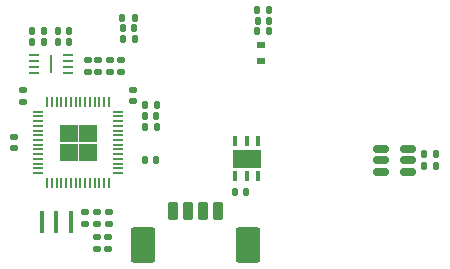
<source format=gbr>
%TF.GenerationSoftware,KiCad,Pcbnew,(6.0.6)*%
%TF.CreationDate,2022-07-03T12:41:07+08:00*%
%TF.ProjectId,Stealthburner_Toolhead_PCB,53746561-6c74-4686-9275-726e65725f54,rev?*%
%TF.SameCoordinates,Original*%
%TF.FileFunction,Paste,Top*%
%TF.FilePolarity,Positive*%
%FSLAX46Y46*%
G04 Gerber Fmt 4.6, Leading zero omitted, Abs format (unit mm)*
G04 Created by KiCad (PCBNEW (6.0.6)) date 2022-07-03 12:41:07*
%MOMM*%
%LPD*%
G01*
G04 APERTURE LIST*
G04 Aperture macros list*
%AMRoundRect*
0 Rectangle with rounded corners*
0 $1 Rounding radius*
0 $2 $3 $4 $5 $6 $7 $8 $9 X,Y pos of 4 corners*
0 Add a 4 corners polygon primitive as box body*
4,1,4,$2,$3,$4,$5,$6,$7,$8,$9,$2,$3,0*
0 Add four circle primitives for the rounded corners*
1,1,$1+$1,$2,$3*
1,1,$1+$1,$4,$5*
1,1,$1+$1,$6,$7*
1,1,$1+$1,$8,$9*
0 Add four rect primitives between the rounded corners*
20,1,$1+$1,$2,$3,$4,$5,0*
20,1,$1+$1,$4,$5,$6,$7,0*
20,1,$1+$1,$6,$7,$8,$9,0*
20,1,$1+$1,$8,$9,$2,$3,0*%
G04 Aperture macros list end*
%ADD10C,0.100000*%
%ADD11RoundRect,0.140000X-0.170000X0.140000X-0.170000X-0.140000X0.170000X-0.140000X0.170000X0.140000X0*%
%ADD12RoundRect,0.140000X0.170000X-0.140000X0.170000X0.140000X-0.170000X0.140000X-0.170000X-0.140000X0*%
%ADD13R,0.812800X0.177800*%
%ADD14R,0.177800X0.812800*%
%ADD15RoundRect,0.140000X-0.140000X-0.170000X0.140000X-0.170000X0.140000X0.170000X-0.140000X0.170000X0*%
%ADD16R,0.457200X0.812800*%
%ADD17R,2.489200X1.600200*%
%ADD18RoundRect,0.135000X0.135000X0.185000X-0.135000X0.185000X-0.135000X-0.185000X0.135000X-0.185000X0*%
%ADD19RoundRect,0.135000X-0.135000X-0.185000X0.135000X-0.185000X0.135000X0.185000X-0.135000X0.185000X0*%
%ADD20RoundRect,0.200000X-0.200000X-0.600000X0.200000X-0.600000X0.200000X0.600000X-0.200000X0.600000X0*%
%ADD21RoundRect,0.250001X-0.799999X-1.249999X0.799999X-1.249999X0.799999X1.249999X-0.799999X1.249999X0*%
%ADD22R,0.700000X0.600000*%
%ADD23RoundRect,0.140000X0.140000X0.170000X-0.140000X0.170000X-0.140000X-0.170000X0.140000X-0.170000X0*%
%ADD24RoundRect,0.135000X-0.185000X0.135000X-0.185000X-0.135000X0.185000X-0.135000X0.185000X0.135000X0*%
%ADD25R,0.400000X1.900000*%
%ADD26R,0.812800X0.254000*%
%ADD27R,0.203200X1.600200*%
%ADD28RoundRect,0.150000X-0.512500X-0.150000X0.512500X-0.150000X0.512500X0.150000X-0.512500X0.150000X0*%
G04 APERTURE END LIST*
%TO.C,U7*%
G36*
X113311000Y-109272400D02*
G01*
X111910800Y-109272400D01*
X111910800Y-107872200D01*
X113311000Y-107872200D01*
X113311000Y-109272400D01*
G37*
D10*
X113311000Y-109272400D02*
X111910800Y-109272400D01*
X111910800Y-107872200D01*
X113311000Y-107872200D01*
X113311000Y-109272400D01*
G36*
X113311000Y-110872600D02*
G01*
X111910800Y-110872600D01*
X111910800Y-109472400D01*
X113311000Y-109472400D01*
X113311000Y-110872600D01*
G37*
X113311000Y-110872600D02*
X111910800Y-110872600D01*
X111910800Y-109472400D01*
X113311000Y-109472400D01*
X113311000Y-110872600D01*
G36*
X111710800Y-109272400D02*
G01*
X110310600Y-109272400D01*
X110310600Y-107872200D01*
X111710800Y-107872200D01*
X111710800Y-109272400D01*
G37*
X111710800Y-109272400D02*
X110310600Y-109272400D01*
X110310600Y-107872200D01*
X111710800Y-107872200D01*
X111710800Y-109272400D01*
G36*
X111710800Y-110872600D02*
G01*
X110310600Y-110872600D01*
X110310600Y-109472400D01*
X111710800Y-109472400D01*
X111710800Y-110872600D01*
G37*
X111710800Y-110872600D02*
X110310600Y-110872600D01*
X110310600Y-109472400D01*
X111710800Y-109472400D01*
X111710800Y-110872600D01*
%TD*%
D11*
%TO.C,C24*%
X113434800Y-115296400D03*
X113434800Y-116256400D03*
%TD*%
D12*
%TO.C,C16*%
X114554000Y-103400800D03*
X114554000Y-102440800D03*
%TD*%
D13*
%TO.C,U7*%
X108407200Y-106772075D03*
X108407200Y-107172125D03*
X108407200Y-107572175D03*
X108407200Y-107972225D03*
X108407200Y-108372275D03*
X108407200Y-108772325D03*
X108407200Y-109172375D03*
X108407200Y-109572425D03*
X108407200Y-109972475D03*
X108407200Y-110372525D03*
X108407200Y-110772575D03*
X108407200Y-111172625D03*
X108407200Y-111572675D03*
X108407200Y-111972725D03*
D14*
X109210475Y-112776000D03*
X109610525Y-112776000D03*
X110010575Y-112776000D03*
X110410625Y-112776000D03*
X110810675Y-112776000D03*
X111210725Y-112776000D03*
X111610775Y-112776000D03*
X112010825Y-112776000D03*
X112410875Y-112776000D03*
X112810925Y-112776000D03*
X113210975Y-112776000D03*
X113611025Y-112776000D03*
X114011075Y-112776000D03*
X114411125Y-112776000D03*
D13*
X115214400Y-111972725D03*
X115214400Y-111572675D03*
X115214400Y-111172625D03*
X115214400Y-110772575D03*
X115214400Y-110372525D03*
X115214400Y-109972475D03*
X115214400Y-109572425D03*
X115214400Y-109172375D03*
X115214400Y-108772325D03*
X115214400Y-108372275D03*
X115214400Y-107972225D03*
X115214400Y-107572175D03*
X115214400Y-107172125D03*
X115214400Y-106772075D03*
D14*
X114411125Y-105968800D03*
X114011075Y-105968800D03*
X113611025Y-105968800D03*
X113210975Y-105968800D03*
X112810925Y-105968800D03*
X112410875Y-105968800D03*
X112010825Y-105968800D03*
X111610775Y-105968800D03*
X111210725Y-105968800D03*
X110810675Y-105968800D03*
X110410625Y-105968800D03*
X110010575Y-105968800D03*
X109610525Y-105968800D03*
X109210475Y-105968800D03*
%TD*%
D15*
%TO.C,C19*%
X117477600Y-110896400D03*
X118437600Y-110896400D03*
%TD*%
D16*
%TO.C,U9*%
X127085601Y-109296200D03*
X126085600Y-109296200D03*
X125085599Y-109296200D03*
X125085599Y-112191800D03*
X126085600Y-112191800D03*
X127085601Y-112191800D03*
D17*
X126085600Y-110744000D03*
%TD*%
D18*
%TO.C,R5*%
X108968000Y-100838000D03*
X107948000Y-100838000D03*
%TD*%
D12*
%TO.C,C18*%
X115468400Y-103400800D03*
X115468400Y-102440800D03*
%TD*%
D19*
%TO.C,R14*%
X115579600Y-98806000D03*
X116599600Y-98806000D03*
%TD*%
D18*
%TO.C,R7*%
X128018000Y-98145600D03*
X126998000Y-98145600D03*
%TD*%
D20*
%TO.C,J11*%
X119892600Y-115151200D03*
X121142600Y-115151200D03*
X122392600Y-115151200D03*
X123642600Y-115151200D03*
D21*
X126192600Y-118051200D03*
X117342600Y-118051200D03*
%TD*%
D12*
%TO.C,C15*%
X112623600Y-103400800D03*
X112623600Y-102440800D03*
%TD*%
%TO.C,C23*%
X106426000Y-109852400D03*
X106426000Y-108892400D03*
%TD*%
D22*
%TO.C,D2*%
X127304800Y-102503200D03*
X127304800Y-101103200D03*
%TD*%
D19*
%TO.C,R12*%
X117447600Y-108051600D03*
X118467600Y-108051600D03*
%TD*%
D12*
%TO.C,C4*%
X113436400Y-118386800D03*
X113436400Y-117426800D03*
%TD*%
D23*
%TO.C,C29*%
X126057600Y-113538000D03*
X125097600Y-113538000D03*
%TD*%
%TO.C,C13*%
X118437600Y-107137200D03*
X117477600Y-107137200D03*
%TD*%
D18*
%TO.C,R4*%
X108968000Y-99923600D03*
X107948000Y-99923600D03*
%TD*%
D24*
%TO.C,R11*%
X112369600Y-115266400D03*
X112369600Y-116286400D03*
%TD*%
D19*
%TO.C,R8*%
X141120400Y-110337600D03*
X142140400Y-110337600D03*
%TD*%
D25*
%TO.C,Y1*%
X108780400Y-116081200D03*
X109980400Y-116081200D03*
X111180400Y-116081200D03*
%TD*%
D18*
%TO.C,R6*%
X128018000Y-99974400D03*
X126998000Y-99974400D03*
%TD*%
D23*
%TO.C,C17*%
X116558000Y-99720400D03*
X115598000Y-99720400D03*
%TD*%
D18*
%TO.C,R10*%
X142140400Y-111353600D03*
X141120400Y-111353600D03*
%TD*%
D12*
%TO.C,C21*%
X113538000Y-103400800D03*
X113538000Y-102440800D03*
%TD*%
%TO.C,C20*%
X116433600Y-105890000D03*
X116433600Y-104930000D03*
%TD*%
D26*
%TO.C,U4*%
X108126400Y-101967599D03*
X108126400Y-102467600D03*
X108126400Y-102967600D03*
X108126400Y-103467601D03*
X110923200Y-103467601D03*
X110923200Y-102967600D03*
X110923200Y-102467600D03*
X110923200Y-101967599D03*
D27*
X109524800Y-102717600D03*
%TD*%
D19*
%TO.C,R15*%
X115590800Y-100634800D03*
X116610800Y-100634800D03*
%TD*%
D23*
%TO.C,C3*%
X111071600Y-99923600D03*
X110111600Y-99923600D03*
%TD*%
D15*
%TO.C,C11*%
X127028000Y-99060000D03*
X127988000Y-99060000D03*
%TD*%
D12*
%TO.C,C22*%
X107137200Y-105940800D03*
X107137200Y-104980800D03*
%TD*%
D28*
%TO.C,U5*%
X137444900Y-109946400D03*
X137444900Y-110896400D03*
X137444900Y-111846400D03*
X139719900Y-111846400D03*
X139719900Y-110896400D03*
X139719900Y-109946400D03*
%TD*%
D24*
%TO.C,R1*%
X114350800Y-117396800D03*
X114350800Y-118416800D03*
%TD*%
D23*
%TO.C,C2*%
X111071600Y-100838000D03*
X110111600Y-100838000D03*
%TD*%
D11*
%TO.C,C14*%
X114452400Y-115293200D03*
X114452400Y-116253200D03*
%TD*%
D19*
%TO.C,R9*%
X117447600Y-106220800D03*
X118467600Y-106220800D03*
%TD*%
M02*

</source>
